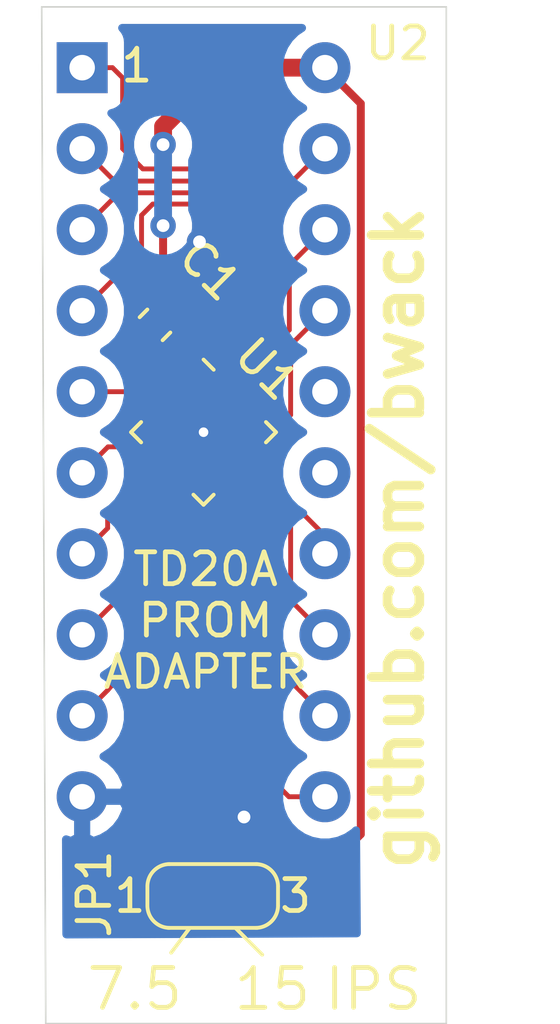
<source format=kicad_pcb>
(kicad_pcb (version 20171130) (host pcbnew 5.1.5+dfsg1-2build2)

  (general
    (thickness 1.6)
    (drawings 12)
    (tracks 113)
    (zones 0)
    (modules 4)
    (nets 20)
  )

  (page A4)
  (layers
    (0 F.Cu signal)
    (31 B.Cu signal)
    (32 B.Adhes user)
    (33 F.Adhes user)
    (34 B.Paste user)
    (35 F.Paste user)
    (36 B.SilkS user)
    (37 F.SilkS user)
    (38 B.Mask user)
    (39 F.Mask user)
    (40 Dwgs.User user)
    (41 Cmts.User user)
    (42 Eco1.User user)
    (43 Eco2.User user)
    (44 Edge.Cuts user)
    (45 Margin user)
    (46 B.CrtYd user)
    (47 F.CrtYd user)
    (48 B.Fab user)
    (49 F.Fab user)
  )

  (setup
    (last_trace_width 0.25)
    (user_trace_width 0.1524)
    (user_trace_width 0.5588)
    (trace_clearance 0.2)
    (zone_clearance 0.25)
    (zone_45_only no)
    (trace_min 0.1524)
    (via_size 0.8)
    (via_drill 0.4)
    (via_min_size 0.4)
    (via_min_drill 0.3)
    (user_via 1.5 1)
    (uvia_size 0.3)
    (uvia_drill 0.1)
    (uvias_allowed no)
    (uvia_min_size 0.2)
    (uvia_min_drill 0.1)
    (edge_width 0.05)
    (segment_width 0.2)
    (pcb_text_width 0.3)
    (pcb_text_size 1.5 1.5)
    (mod_edge_width 0.12)
    (mod_text_size 1 1)
    (mod_text_width 0.15)
    (pad_size 1.524 1.524)
    (pad_drill 0.762)
    (pad_to_mask_clearance 0.051)
    (solder_mask_min_width 0.25)
    (aux_axis_origin 0 0)
    (visible_elements FFFFFF7F)
    (pcbplotparams
      (layerselection 0x010fc_ffffffff)
      (usegerberextensions false)
      (usegerberattributes false)
      (usegerberadvancedattributes false)
      (creategerberjobfile false)
      (excludeedgelayer true)
      (linewidth 0.100000)
      (plotframeref false)
      (viasonmask false)
      (mode 1)
      (useauxorigin false)
      (hpglpennumber 1)
      (hpglpenspeed 20)
      (hpglpendiameter 15.000000)
      (psnegative false)
      (psa4output false)
      (plotreference true)
      (plotvalue true)
      (plotinvisibletext false)
      (padsonsilk false)
      (subtractmaskfromsilk false)
      (outputformat 1)
      (mirror false)
      (drillshape 0)
      (scaleselection 1)
      (outputdirectory "gerber"))
  )

  (net 0 "")
  (net 1 /A1)
  (net 2 /A0)
  (net 3 /Q7)
  (net 4 /Q6)
  (net 5 /Q0)
  (net 6 /Q1)
  (net 7 /Q2)
  (net 8 /Q3)
  (net 9 /Q4)
  (net 10 /Q5)
  (net 11 /A7)
  (net 12 /A6)
  (net 13 /A5)
  (net 14 /A4)
  (net 15 +5V)
  (net 16 GND)
  (net 17 /A3)
  (net 18 /A2)
  (net 19 /IPS_SELECT)

  (net_class Default "This is the default net class."
    (clearance 0.2)
    (trace_width 0.25)
    (via_dia 0.8)
    (via_drill 0.4)
    (uvia_dia 0.3)
    (uvia_drill 0.1)
    (add_net +5V)
    (add_net /A0)
    (add_net /A1)
    (add_net /A2)
    (add_net /A3)
    (add_net /A4)
    (add_net /A5)
    (add_net /A6)
    (add_net /A7)
    (add_net /IPS_SELECT)
    (add_net /Q0)
    (add_net /Q1)
    (add_net /Q2)
    (add_net /Q3)
    (add_net /Q4)
    (add_net /Q5)
    (add_net /Q6)
    (add_net /Q7)
    (add_net GND)
  )

  (module Capacitor_SMD:C_0603_1608Metric_Pad1.05x0.95mm_HandSolder (layer F.Cu) (tedit 5B301BBE) (tstamp 5F90F268)
    (at 127.381 81.7245 45)
    (descr "Capacitor SMD 0603 (1608 Metric), square (rectangular) end terminal, IPC_7351 nominal with elongated pad for handsoldering. (Body size source: http://www.tortai-tech.com/upload/download/2011102023233369053.pdf), generated with kicad-footprint-generator")
    (tags "capacitor handsolder")
    (path /5F91FDD0)
    (attr smd)
    (fp_text reference C1 (at 2.424669 0 135) (layer F.SilkS)
      (effects (font (size 1 1) (thickness 0.15)))
    )
    (fp_text value 100nF (at 0 1.43 45) (layer F.Fab)
      (effects (font (size 1 1) (thickness 0.15)))
    )
    (fp_text user %R (at 0 0 45) (layer F.Fab)
      (effects (font (size 0.4 0.4) (thickness 0.06)))
    )
    (fp_line (start 1.65 0.73) (end -1.65 0.73) (layer F.CrtYd) (width 0.05))
    (fp_line (start 1.65 -0.73) (end 1.65 0.73) (layer F.CrtYd) (width 0.05))
    (fp_line (start -1.65 -0.73) (end 1.65 -0.73) (layer F.CrtYd) (width 0.05))
    (fp_line (start -1.65 0.73) (end -1.65 -0.73) (layer F.CrtYd) (width 0.05))
    (fp_line (start -0.171267 0.51) (end 0.171267 0.51) (layer F.SilkS) (width 0.12))
    (fp_line (start -0.171267 -0.51) (end 0.171267 -0.51) (layer F.SilkS) (width 0.12))
    (fp_line (start 0.8 0.4) (end -0.8 0.4) (layer F.Fab) (width 0.1))
    (fp_line (start 0.8 -0.4) (end 0.8 0.4) (layer F.Fab) (width 0.1))
    (fp_line (start -0.8 -0.4) (end 0.8 -0.4) (layer F.Fab) (width 0.1))
    (fp_line (start -0.8 0.4) (end -0.8 -0.4) (layer F.Fab) (width 0.1))
    (pad 2 smd roundrect (at 0.875 0 45) (size 1.05 0.95) (layers F.Cu F.Paste F.Mask) (roundrect_rratio 0.25)
      (net 16 GND))
    (pad 1 smd roundrect (at -0.875 0 45) (size 1.05 0.95) (layers F.Cu F.Paste F.Mask) (roundrect_rratio 0.25)
      (net 15 +5V))
    (model ${KISYS3DMOD}/Capacitor_SMD.3dshapes/C_0603_1608Metric.wrl
      (at (xyz 0 0 0))
      (scale (xyz 1 1 1))
      (rotate (xyz 0 0 0))
    )
  )

  (module Package_DIP:DIP-20_W7.62mm (layer F.Cu) (tedit 5F90A61E) (tstamp 5F916571)
    (at 125.095 73.66)
    (descr "20-lead though-hole mounted DIP package, row spacing 7.62 mm (300 mils)")
    (tags "THT DIP DIL PDIP 2.54mm 7.62mm 300mil")
    (path /5F919D1B)
    (fp_text reference U2 (at 9.906 -0.762) (layer F.SilkS)
      (effects (font (size 1 1) (thickness 0.15)))
    )
    (fp_text value 74S471 (at 12.0405 20.743) (layer F.Fab)
      (effects (font (size 1 1) (thickness 0.15)))
    )
    (fp_text user %R (at 3.81 15.875) (layer F.Fab)
      (effects (font (size 1 1) (thickness 0.15)))
    )
    (fp_line (start 8.7 -1.55) (end -1.1 -1.55) (layer F.CrtYd) (width 0.05))
    (fp_line (start 8.7 24.4) (end 8.7 -1.55) (layer F.CrtYd) (width 0.05))
    (fp_line (start -1.1 24.4) (end 8.7 24.4) (layer F.CrtYd) (width 0.05))
    (fp_line (start -1.1 -1.55) (end -1.1 24.4) (layer F.CrtYd) (width 0.05))
    (fp_line (start 0.635 -0.27) (end 1.635 -1.27) (layer F.Fab) (width 0.1))
    (fp_line (start 0.635 24.13) (end 0.635 -0.27) (layer F.Fab) (width 0.1))
    (fp_line (start 6.985 24.13) (end 0.635 24.13) (layer F.Fab) (width 0.1))
    (fp_line (start 6.985 -1.27) (end 6.985 24.13) (layer F.Fab) (width 0.1))
    (fp_line (start 1.635 -1.27) (end 6.985 -1.27) (layer F.Fab) (width 0.1))
    (pad 20 thru_hole oval (at 7.62 0) (size 1.6 1.6) (drill 0.8) (layers *.Cu *.Mask)
      (net 15 +5V))
    (pad 10 thru_hole oval (at 0 22.86) (size 1.6 1.6) (drill 0.8) (layers *.Cu *.Mask)
      (net 16 GND))
    (pad 19 thru_hole oval (at 7.62 2.54) (size 1.6 1.6) (drill 0.8) (layers *.Cu *.Mask)
      (net 11 /A7))
    (pad 9 thru_hole oval (at 0 20.32) (size 1.6 1.6) (drill 0.8) (layers *.Cu *.Mask)
      (net 8 /Q3))
    (pad 18 thru_hole oval (at 7.62 5.08) (size 1.6 1.6) (drill 0.8) (layers *.Cu *.Mask)
      (net 12 /A6))
    (pad 8 thru_hole oval (at 0 17.78) (size 1.6 1.6) (drill 0.8) (layers *.Cu *.Mask)
      (net 7 /Q2))
    (pad 17 thru_hole oval (at 7.62 7.62) (size 1.6 1.6) (drill 0.8) (layers *.Cu *.Mask)
      (net 13 /A5))
    (pad 7 thru_hole oval (at 0 15.24) (size 1.6 1.6) (drill 0.8) (layers *.Cu *.Mask)
      (net 6 /Q1))
    (pad 16 thru_hole oval (at 7.62 10.16) (size 1.6 1.6) (drill 0.8) (layers *.Cu *.Mask))
    (pad 6 thru_hole oval (at 0 12.7) (size 1.6 1.6) (drill 0.8) (layers *.Cu *.Mask)
      (net 5 /Q0))
    (pad 15 thru_hole oval (at 7.62 12.7) (size 1.6 1.6) (drill 0.8) (layers *.Cu *.Mask))
    (pad 5 thru_hole oval (at 0 10.16) (size 1.6 1.6) (drill 0.8) (layers *.Cu *.Mask)
      (net 14 /A4))
    (pad 14 thru_hole oval (at 7.62 15.24) (size 1.6 1.6) (drill 0.8) (layers *.Cu *.Mask)
      (net 3 /Q7))
    (pad 4 thru_hole oval (at 0 7.62) (size 1.6 1.6) (drill 0.8) (layers *.Cu *.Mask)
      (net 17 /A3))
    (pad 13 thru_hole oval (at 7.62 17.78) (size 1.6 1.6) (drill 0.8) (layers *.Cu *.Mask)
      (net 4 /Q6))
    (pad 3 thru_hole oval (at 0 5.08) (size 1.6 1.6) (drill 0.8) (layers *.Cu *.Mask)
      (net 18 /A2))
    (pad 12 thru_hole oval (at 7.62 20.32) (size 1.6 1.6) (drill 0.8) (layers *.Cu *.Mask)
      (net 10 /Q5))
    (pad 2 thru_hole oval (at 0 2.54) (size 1.6 1.6) (drill 0.8) (layers *.Cu *.Mask)
      (net 1 /A1))
    (pad 11 thru_hole oval (at 7.62 22.86) (size 1.6 1.6) (drill 0.8) (layers *.Cu *.Mask)
      (net 9 /Q4))
    (pad 1 thru_hole rect (at 0 0) (size 1.6 1.6) (drill 0.8) (layers *.Cu *.Mask)
      (net 2 /A0))
  )

  (module Jumper:SolderJumper-3_P1.3mm_Open_RoundedPad1.0x1.5mm_NumberLabels (layer F.Cu) (tedit 5B391ED1) (tstamp 5F90F27D)
    (at 129.1925 99.6315)
    (descr "SMD Solder 3-pad Jumper, 1x1.5mm rounded Pads, 0.3mm gap, open, labeled with numbers")
    (tags "solder jumper open")
    (path /5F92FA89)
    (attr virtual)
    (fp_text reference JP1 (at -3.7165 -0.0635 90) (layer F.SilkS)
      (effects (font (size 1 1) (thickness 0.15)))
    )
    (fp_text value Jumper_NC_Dual (at 0 1.9) (layer F.Fab)
      (effects (font (size 1 1) (thickness 0.15)))
    )
    (fp_arc (start -1.35 -0.3) (end -1.35 -1) (angle -90) (layer F.SilkS) (width 0.12))
    (fp_arc (start -1.35 0.3) (end -2.05 0.3) (angle -90) (layer F.SilkS) (width 0.12))
    (fp_arc (start 1.35 0.3) (end 1.35 1) (angle -90) (layer F.SilkS) (width 0.12))
    (fp_arc (start 1.35 -0.3) (end 2.05 -0.3) (angle -90) (layer F.SilkS) (width 0.12))
    (fp_line (start 2.3 1.25) (end -2.3 1.25) (layer F.CrtYd) (width 0.05))
    (fp_line (start 2.3 1.25) (end 2.3 -1.25) (layer F.CrtYd) (width 0.05))
    (fp_line (start -2.3 -1.25) (end -2.3 1.25) (layer F.CrtYd) (width 0.05))
    (fp_line (start -2.3 -1.25) (end 2.3 -1.25) (layer F.CrtYd) (width 0.05))
    (fp_line (start -1.4 -1) (end 1.4 -1) (layer F.SilkS) (width 0.12))
    (fp_line (start 2.05 -0.3) (end 2.05 0.3) (layer F.SilkS) (width 0.12))
    (fp_line (start 1.4 1) (end -1.4 1) (layer F.SilkS) (width 0.12))
    (fp_line (start -2.05 0.3) (end -2.05 -0.3) (layer F.SilkS) (width 0.12))
    (fp_text user 1 (at -2.6 0) (layer F.SilkS)
      (effects (font (size 1 1) (thickness 0.15)))
    )
    (fp_text user 3 (at 2.6 0) (layer F.SilkS)
      (effects (font (size 1 1) (thickness 0.15)))
    )
    (pad 2 smd rect (at 0 0) (size 1 1.5) (layers F.Cu F.Mask)
      (net 19 /IPS_SELECT))
    (pad 3 smd custom (at 1.3 0) (size 1 0.5) (layers F.Cu F.Mask)
      (net 16 GND) (zone_connect 2)
      (options (clearance outline) (anchor rect))
      (primitives
        (gr_circle (center 0 0.25) (end 0.5 0.25) (width 0))
        (gr_circle (center 0 -0.25) (end 0.5 -0.25) (width 0))
        (gr_poly (pts
           (xy -0.55 -0.75) (xy 0 -0.75) (xy 0 0.75) (xy -0.55 0.75)) (width 0))
      ))
    (pad 1 smd custom (at -1.3 0) (size 1 0.5) (layers F.Cu F.Mask)
      (net 15 +5V) (zone_connect 2)
      (options (clearance outline) (anchor rect))
      (primitives
        (gr_circle (center 0 0.25) (end 0.5 0.25) (width 0))
        (gr_circle (center 0 -0.25) (end 0.5 -0.25) (width 0))
        (gr_poly (pts
           (xy 0.55 -0.75) (xy 0 -0.75) (xy 0 0.75) (xy 0.55 0.75)) (width 0))
      ))
  )

  (module Package_DFN_QFN:VQFN-20-1EP_3x3mm_P0.4mm_EP1.7x1.7mm (layer F.Cu) (tedit 5C1BF39E) (tstamp 5F90EB76)
    (at 128.905 85.09 315)
    (descr "VQFN, 20 Pin (http://ww1.microchip.com/downloads/en/DeviceDoc/20%20Lead%20VQFN%203x3x0_9mm_1_7EP%20U2B%20C04-21496a.pdf), generated with kicad-footprint-generator ipc_dfn_qfn_generator.py")
    (tags "VQFN DFN_QFN")
    (path /5F91D1E8)
    (attr smd)
    (fp_text reference U1 (at 0 -2.8 135) (layer F.SilkS)
      (effects (font (size 1 1) (thickness 0.15)))
    )
    (fp_text value ATtiny1606-M (at 0 2.8 135) (layer F.Fab)
      (effects (font (size 1 1) (thickness 0.15)))
    )
    (fp_line (start 1.16 -1.61) (end 1.61 -1.61) (layer F.SilkS) (width 0.12))
    (fp_line (start 1.61 -1.61) (end 1.61 -1.16) (layer F.SilkS) (width 0.12))
    (fp_line (start -1.16 1.61) (end -1.61 1.61) (layer F.SilkS) (width 0.12))
    (fp_line (start -1.61 1.61) (end -1.61 1.16) (layer F.SilkS) (width 0.12))
    (fp_line (start 1.16 1.61) (end 1.61 1.61) (layer F.SilkS) (width 0.12))
    (fp_line (start 1.61 1.61) (end 1.61 1.16) (layer F.SilkS) (width 0.12))
    (fp_line (start -1.16 -1.61) (end -1.61 -1.61) (layer F.SilkS) (width 0.12))
    (fp_line (start -0.75 -1.5) (end 1.5 -1.5) (layer F.Fab) (width 0.1))
    (fp_line (start 1.5 -1.5) (end 1.5 1.5) (layer F.Fab) (width 0.1))
    (fp_line (start 1.5 1.5) (end -1.5 1.5) (layer F.Fab) (width 0.1))
    (fp_line (start -1.5 1.5) (end -1.5 -0.75) (layer F.Fab) (width 0.1))
    (fp_line (start -1.5 -0.75) (end -0.75 -1.5) (layer F.Fab) (width 0.1))
    (fp_line (start -2.1 -2.1) (end -2.1 2.1) (layer F.CrtYd) (width 0.05))
    (fp_line (start -2.1 2.1) (end 2.1 2.1) (layer F.CrtYd) (width 0.05))
    (fp_line (start 2.1 2.1) (end 2.1 -2.1) (layer F.CrtYd) (width 0.05))
    (fp_line (start 2.1 -2.1) (end -2.1 -2.1) (layer F.CrtYd) (width 0.05))
    (fp_text user %R (at 0 0 135) (layer F.Fab)
      (effects (font (size 0.75 0.75) (thickness 0.11)))
    )
    (pad 21 smd roundrect (at 0 0 315) (size 1.7 1.7) (layers F.Cu F.Mask) (roundrect_rratio 0.147059)
      (net 16 GND))
    (pad "" smd roundrect (at -0.425 -0.425 315) (size 0.69 0.69) (layers F.Paste) (roundrect_rratio 0.25))
    (pad "" smd roundrect (at -0.425 0.425 315) (size 0.69 0.69) (layers F.Paste) (roundrect_rratio 0.25))
    (pad "" smd roundrect (at 0.425 -0.425 315) (size 0.69 0.69) (layers F.Paste) (roundrect_rratio 0.25))
    (pad "" smd roundrect (at 0.425 0.425 315) (size 0.69 0.69) (layers F.Paste) (roundrect_rratio 0.25))
    (pad 1 smd custom (at -1.45 -0.8 315) (size 0.143431 0.143431) (layers F.Cu F.Paste F.Mask)
      (net 18 /A2)
      (options (clearance outline) (anchor circle))
      (primitives
        (gr_poly (pts
           (xy -0.35 -0.05) (xy 0.299289 -0.05) (xy 0.35 0.000711) (xy 0.35 0.05) (xy -0.35 0.05)
) (width 0.1))
      ))
    (pad 2 smd roundrect (at -1.45 -0.4 315) (size 0.8 0.2) (layers F.Cu F.Paste F.Mask) (roundrect_rratio 0.25)
      (net 17 /A3))
    (pad 3 smd roundrect (at -1.45 0 315) (size 0.8 0.2) (layers F.Cu F.Paste F.Mask) (roundrect_rratio 0.25)
      (net 16 GND))
    (pad 4 smd roundrect (at -1.45 0.4 315) (size 0.8 0.2) (layers F.Cu F.Paste F.Mask) (roundrect_rratio 0.25)
      (net 15 +5V))
    (pad 5 smd custom (at -1.45 0.8 315) (size 0.143431 0.143431) (layers F.Cu F.Paste F.Mask)
      (net 14 /A4)
      (options (clearance outline) (anchor circle))
      (primitives
        (gr_poly (pts
           (xy -0.35 -0.05) (xy 0.35 -0.05) (xy 0.35 -0.000711) (xy 0.299289 0.05) (xy -0.35 0.05)
) (width 0.1))
      ))
    (pad 6 smd custom (at -0.8 1.45 315) (size 0.143431 0.143431) (layers F.Cu F.Paste F.Mask)
      (net 5 /Q0)
      (options (clearance outline) (anchor circle))
      (primitives
        (gr_poly (pts
           (xy -0.05 -0.299289) (xy 0.000711 -0.35) (xy 0.05 -0.35) (xy 0.05 0.35) (xy -0.05 0.35)
) (width 0.1))
      ))
    (pad 7 smd roundrect (at -0.4 1.45 315) (size 0.2 0.8) (layers F.Cu F.Paste F.Mask) (roundrect_rratio 0.25)
      (net 6 /Q1))
    (pad 8 smd roundrect (at 0 1.45 315) (size 0.2 0.8) (layers F.Cu F.Paste F.Mask) (roundrect_rratio 0.25)
      (net 7 /Q2))
    (pad 9 smd roundrect (at 0.4 1.45 315) (size 0.2 0.8) (layers F.Cu F.Paste F.Mask) (roundrect_rratio 0.25)
      (net 8 /Q3))
    (pad 10 smd custom (at 0.8 1.45 315) (size 0.143431 0.143431) (layers F.Cu F.Paste F.Mask)
      (net 19 /IPS_SELECT)
      (options (clearance outline) (anchor circle))
      (primitives
        (gr_poly (pts
           (xy -0.05 -0.35) (xy -0.000711 -0.35) (xy 0.05 -0.299289) (xy 0.05 0.35) (xy -0.05 0.35)
) (width 0.1))
      ))
    (pad 11 smd custom (at 1.45 0.8 315) (size 0.143431 0.143431) (layers F.Cu F.Paste F.Mask)
      (net 9 /Q4)
      (options (clearance outline) (anchor circle))
      (primitives
        (gr_poly (pts
           (xy -0.35 -0.05) (xy 0.35 -0.05) (xy 0.35 0.05) (xy -0.299289 0.05) (xy -0.35 -0.000711)
) (width 0.1))
      ))
    (pad 12 smd roundrect (at 1.45 0.4 315) (size 0.8 0.2) (layers F.Cu F.Paste F.Mask) (roundrect_rratio 0.25)
      (net 10 /Q5))
    (pad 13 smd roundrect (at 1.45 0 315) (size 0.8 0.2) (layers F.Cu F.Paste F.Mask) (roundrect_rratio 0.25)
      (net 4 /Q6))
    (pad 14 smd roundrect (at 1.45 -0.4 315) (size 0.8 0.2) (layers F.Cu F.Paste F.Mask) (roundrect_rratio 0.25)
      (net 3 /Q7))
    (pad 15 smd custom (at 1.45 -0.8 315) (size 0.143431 0.143431) (layers F.Cu F.Paste F.Mask)
      (net 13 /A5)
      (options (clearance outline) (anchor circle))
      (primitives
        (gr_poly (pts
           (xy -0.35 0.000711) (xy -0.299289 -0.05) (xy 0.35 -0.05) (xy 0.35 0.05) (xy -0.35 0.05)
) (width 0.1))
      ))
    (pad 16 smd custom (at 0.8 -1.45 315) (size 0.143431 0.143431) (layers F.Cu F.Paste F.Mask)
      (net 12 /A6)
      (options (clearance outline) (anchor circle))
      (primitives
        (gr_poly (pts
           (xy -0.05 -0.35) (xy 0.05 -0.35) (xy 0.05 0.299289) (xy -0.000711 0.35) (xy -0.05 0.35)
) (width 0.1))
      ))
    (pad 17 smd roundrect (at 0.4 -1.45 315) (size 0.2 0.8) (layers F.Cu F.Paste F.Mask) (roundrect_rratio 0.25)
      (net 11 /A7))
    (pad 18 smd roundrect (at 0 -1.45 315) (size 0.2 0.8) (layers F.Cu F.Paste F.Mask) (roundrect_rratio 0.25))
    (pad 19 smd roundrect (at -0.4 -1.45 315) (size 0.2 0.8) (layers F.Cu F.Paste F.Mask) (roundrect_rratio 0.25)
      (net 2 /A0))
    (pad 20 smd custom (at -0.8 -1.45 315) (size 0.143431 0.143431) (layers F.Cu F.Paste F.Mask)
      (net 1 /A1)
      (options (clearance outline) (anchor circle))
      (primitives
        (gr_poly (pts
           (xy -0.05 -0.35) (xy 0.05 -0.35) (xy 0.05 0.35) (xy 0.000711 0.35) (xy -0.05 0.299289)
) (width 0.1))
      ))
    (model ${KISYS3DMOD}/Package_DFN_QFN.3dshapes/VQFN-20-1EP_3x3mm_P0.4mm_EP1.7x1.7mm.wrl
      (at (xyz 0 0 0))
      (scale (xyz 1 1 1))
      (rotate (xyz 0 0 0))
    )
  )

  (gr_text 1 (at 126.8095 73.5965) (layer F.SilkS)
    (effects (font (size 1 1) (thickness 0.15)))
  )
  (gr_text github.com/bwack (at 135.001 77.851 90) (layer F.SilkS)
    (effects (font (size 1.5 1.5) (thickness 0.3)) (justify right))
  )
  (gr_text "TD20A\nPROM\nADAPTER" (at 128.9685 90.9955) (layer F.SilkS)
    (effects (font (size 1 1) (thickness 0.15)))
  )
  (gr_text "IPS\n" (at 134.239 102.5525) (layer F.SilkS)
    (effects (font (size 1.25 1.25) (thickness 0.15)))
  )
  (gr_line (start 130.7465 101.473) (end 129.921 100.6475) (layer F.SilkS) (width 0.12))
  (gr_line (start 127.889 101.4095) (end 128.4605 100.6475) (layer F.SilkS) (width 0.12))
  (gr_text 15 (at 131.064 102.5525) (layer F.SilkS) (tstamp 5F90BDAF)
    (effects (font (size 1.25 1.25) (thickness 0.15)))
  )
  (gr_text 7.5 (at 126.746 102.5525) (layer F.SilkS)
    (effects (font (size 1.25 1.25) (thickness 0.15)))
  )
  (gr_line (start 123.952 103.632) (end 123.825 71.755) (layer Edge.Cuts) (width 0.05) (tstamp 5F90F63E))
  (gr_line (start 136.525 103.632) (end 123.952 103.632) (layer Edge.Cuts) (width 0.05))
  (gr_line (start 136.525 71.755) (end 136.525 103.632) (layer Edge.Cuts) (width 0.05))
  (gr_line (start 123.825 71.755) (end 136.525 71.755) (layer Edge.Cuts) (width 0.05))

  (segment (start 126.111 77.216) (end 125.095 76.2) (width 0.1524) (layer F.Cu) (net 1))
  (segment (start 130.540023 78.089023) (end 129.667 77.216) (width 0.1524) (layer F.Cu) (net 1))
  (segment (start 130.540023 81.444828) (end 130.540023 78.089023) (width 0.1524) (layer F.Cu) (net 1))
  (segment (start 129.667 77.216) (end 126.111 77.216) (width 0.1524) (layer F.Cu) (net 1))
  (segment (start 129.364619 82.620232) (end 130.540023 81.444828) (width 0.1524) (layer F.Cu) (net 1))
  (segment (start 129.364619 83.49901) (end 129.364619 82.620232) (width 0.1524) (layer F.Cu) (net 1))
  (segment (start 126.0474 73.66) (end 125.095 73.66) (width 0.1524) (layer F.Cu) (net 2))
  (segment (start 126.365 73.9776) (end 126.0474 73.66) (width 0.1524) (layer F.Cu) (net 2))
  (segment (start 126.365 76.2) (end 126.365 73.9776) (width 0.1524) (layer F.Cu) (net 2))
  (segment (start 129.794 76.835) (end 127 76.835) (width 0.1524) (layer F.Cu) (net 2))
  (segment (start 130.892434 77.933434) (end 129.794 76.835) (width 0.1524) (layer F.Cu) (net 2))
  (segment (start 130.892433 81.590802) (end 130.892434 77.933434) (width 0.1524) (layer F.Cu) (net 2))
  (segment (start 130.533733 81.949502) (end 130.892433 81.590802) (width 0.1524) (layer F.Cu) (net 2))
  (segment (start 130.533732 82.895582) (end 130.533733 81.949502) (width 0.1524) (layer F.Cu) (net 2))
  (segment (start 127 76.835) (end 126.365 76.2) (width 0.1524) (layer F.Cu) (net 2))
  (segment (start 129.647462 83.781852) (end 130.533732 82.895582) (width 0.1524) (layer F.Cu) (net 2))
  (segment (start 132.715 88.334314) (end 130.213148 85.832462) (width 0.1524) (layer F.Cu) (net 3))
  (segment (start 132.715 88.9) (end 132.715 88.334314) (width 0.1524) (layer F.Cu) (net 3))
  (segment (start 131.638799 87.823799) (end 129.930305 86.115305) (width 0.1524) (layer F.Cu) (net 4))
  (segment (start 131.638799 90.363799) (end 131.638799 87.823799) (width 0.1524) (layer F.Cu) (net 4))
  (segment (start 132.715 91.44) (end 131.638799 90.363799) (width 0.1524) (layer F.Cu) (net 4))
  (segment (start 125.905381 85.549619) (end 125.095 86.36) (width 0.1524) (layer F.Cu) (net 5))
  (segment (start 127.31401 85.549619) (end 125.905381 85.549619) (width 0.1524) (layer F.Cu) (net 5))
  (segment (start 125.894999 88.100001) (end 125.095 88.9) (width 0.1524) (layer F.Cu) (net 6))
  (segment (start 125.894999 87.534315) (end 125.894999 88.100001) (width 0.1524) (layer F.Cu) (net 6))
  (segment (start 127.596852 85.832462) (end 125.894999 87.534315) (width 0.1524) (layer F.Cu) (net 6))
  (segment (start 125.894999 90.640001) (end 125.095 91.44) (width 0.1524) (layer F.Cu) (net 7))
  (segment (start 127.254 89.3445) (end 125.894999 90.640001) (width 0.1524) (layer F.Cu) (net 7))
  (segment (start 127.254 86.741) (end 127.254 89.3445) (width 0.1524) (layer F.Cu) (net 7))
  (segment (start 127.879695 86.115305) (end 127.254 86.741) (width 0.1524) (layer F.Cu) (net 7))
  (segment (start 125.894999 93.180001) (end 125.095 93.98) (width 0.1524) (layer F.Cu) (net 8))
  (segment (start 127.635 91.186) (end 125.894999 93.180001) (width 0.1524) (layer F.Cu) (net 8))
  (segment (start 127.635 86.9315) (end 127.635 91.186) (width 0.1524) (layer F.Cu) (net 8))
  (segment (start 128.162538 86.398148) (end 127.635 86.9315) (width 0.1524) (layer F.Cu) (net 8))
  (segment (start 129.364619 86.822411) (end 129.364619 86.68099) (width 0.1524) (layer F.Cu) (net 9))
  (segment (start 129.364619 94.300989) (end 129.364619 86.822411) (width 0.1524) (layer F.Cu) (net 9))
  (segment (start 132.715 96.52) (end 131.58363 96.52) (width 0.1524) (layer F.Cu) (net 9))
  (segment (start 131.58363 96.52) (end 129.364619 94.300989) (width 0.1524) (layer F.Cu) (net 9))
  (segment (start 131.286388 92.551388) (end 131.286388 88.037074) (width 0.1524) (layer F.Cu) (net 10))
  (segment (start 132.715 93.98) (end 131.286388 92.551388) (width 0.1524) (layer F.Cu) (net 10))
  (segment (start 131.286388 88.037074) (end 129.647462 86.398148) (width 0.1524) (layer F.Cu) (net 10))
  (segment (start 130.886143 82.095476) (end 131.244843 81.736776) (width 0.1524) (layer F.Cu) (net 11))
  (segment (start 130.213148 84.347538) (end 130.886142 83.674544) (width 0.1524) (layer F.Cu) (net 11))
  (segment (start 131.244843 81.736776) (end 131.244843 77.670157) (width 0.1524) (layer F.Cu) (net 11))
  (segment (start 130.886142 83.674544) (end 130.886143 82.095476) (width 0.1524) (layer F.Cu) (net 11))
  (segment (start 131.244843 77.670157) (end 131.915001 76.999999) (width 0.1524) (layer F.Cu) (net 11))
  (segment (start 131.915001 76.999999) (end 132.715 76.2) (width 0.1524) (layer F.Cu) (net 11))
  (segment (start 130.637411 84.630381) (end 131.238553 84.029239) (width 0.1524) (layer F.Cu) (net 12))
  (segment (start 131.238553 84.029239) (end 131.238553 82.24145) (width 0.1524) (layer F.Cu) (net 12))
  (segment (start 131.915001 79.539999) (end 132.715 78.74) (width 0.1524) (layer F.Cu) (net 12))
  (segment (start 131.597254 79.857746) (end 131.915001 79.539999) (width 0.1524) (layer F.Cu) (net 12))
  (segment (start 131.238553 82.24145) (end 131.597254 81.882749) (width 0.1524) (layer F.Cu) (net 12))
  (segment (start 131.597254 81.882749) (end 131.597254 79.857746) (width 0.1524) (layer F.Cu) (net 12))
  (segment (start 130.49599 84.630381) (end 130.637411 84.630381) (width 0.1524) (layer F.Cu) (net 12))
  (segment (start 131.915001 82.079999) (end 132.715 81.28) (width 0.1524) (layer F.Cu) (net 13))
  (segment (start 131.638799 84.548231) (end 131.638799 82.356201) (width 0.1524) (layer F.Cu) (net 13))
  (segment (start 131.638799 82.356201) (end 131.915001 82.079999) (width 0.1524) (layer F.Cu) (net 13))
  (segment (start 130.637411 85.549619) (end 131.638799 84.548231) (width 0.1524) (layer F.Cu) (net 13))
  (segment (start 130.49599 85.549619) (end 130.637411 85.549619) (width 0.1524) (layer F.Cu) (net 13))
  (segment (start 126.503629 83.82) (end 127.31401 84.630381) (width 0.1524) (layer F.Cu) (net 14))
  (segment (start 125.095 83.82) (end 126.503629 83.82) (width 0.1524) (layer F.Cu) (net 14))
  (segment (start 126.825782 83.576468) (end 126.825782 82.533718) (width 0.1524) (layer F.Cu) (net 15))
  (segment (start 127.596852 84.347538) (end 126.825782 83.576468) (width 0.1524) (layer F.Cu) (net 15))
  (via (at 127.635 78.613) (size 0.8) (drill 0.4) (layers F.Cu B.Cu) (net 15))
  (segment (start 127.635 79.178685) (end 127.635 78.613) (width 0.25) (layer F.Cu) (net 15))
  (segment (start 126.825782 80.436807) (end 127.635 79.627589) (width 0.25) (layer F.Cu) (net 15))
  (segment (start 126.825782 82.533718) (end 126.825782 80.436807) (width 0.25) (layer F.Cu) (net 15))
  (segment (start 127.635 79.627589) (end 127.635 79.178685) (width 0.25) (layer F.Cu) (net 15))
  (segment (start 132.588 73.66) (end 132.715 73.66) (width 0.5588) (layer B.Cu) (net 15))
  (segment (start 133.840001 74.785001) (end 133.514999 74.459999) (width 0.25) (layer F.Cu) (net 15))
  (segment (start 133.514999 74.459999) (end 132.715 73.66) (width 0.25) (layer F.Cu) (net 15))
  (segment (start 133.840001 97.697337) (end 133.840001 74.785001) (width 0.25) (layer F.Cu) (net 15))
  (segment (start 130.830828 100.70651) (end 133.840001 97.697337) (width 0.25) (layer F.Cu) (net 15))
  (segment (start 128.219918 100.70651) (end 130.830828 100.70651) (width 0.25) (layer F.Cu) (net 15))
  (segment (start 127.8925 100.379092) (end 128.219918 100.70651) (width 0.25) (layer F.Cu) (net 15))
  (segment (start 127.8925 99.6315) (end 127.8925 100.379092) (width 0.25) (layer F.Cu) (net 15))
  (via (at 127.635 76.073) (size 0.8) (drill 0.4) (layers F.Cu B.Cu) (net 15) (tstamp 5F90CB50))
  (segment (start 129.482315 73.66) (end 127.635 75.507315) (width 0.5588) (layer F.Cu) (net 15))
  (segment (start 127.635 75.507315) (end 127.635 76.073) (width 0.5588) (layer F.Cu) (net 15))
  (segment (start 132.715 73.66) (end 129.482315 73.66) (width 0.5588) (layer F.Cu) (net 15))
  (segment (start 127.635 78.613) (end 127.635 76.073) (width 0.5588) (layer B.Cu) (net 15))
  (via (at 128.778 79.121) (size 0.8) (drill 0.4) (layers F.Cu B.Cu) (net 16))
  (segment (start 128.063218 81.296282) (end 128.063218 79.835782) (width 0.25) (layer F.Cu) (net 16))
  (segment (start 128.063218 79.835782) (end 128.778 79.121) (width 0.25) (layer F.Cu) (net 16))
  (segment (start 130.4925 97.4725) (end 130.175 97.155) (width 0.1524) (layer F.Cu) (net 16))
  (via (at 130.175 97.155) (size 0.8) (drill 0.4) (layers F.Cu B.Cu) (net 16))
  (segment (start 130.4925 99.6315) (end 130.4925 97.4725) (width 0.1524) (layer F.Cu) (net 16))
  (via (at 128.905 85.09) (size 0.6) (drill 0.3) (layers F.Cu B.Cu) (net 16) (tstamp 5F90D10E))
  (segment (start 128.063218 81.901531) (end 128.063218 81.296282) (width 0.1524) (layer F.Cu) (net 16))
  (segment (start 128.016 82.2325) (end 128.063218 81.901531) (width 0.1524) (layer F.Cu) (net 16))
  (segment (start 127.381 82.8675) (end 128.016 82.2325) (width 0.1524) (layer F.Cu) (net 16))
  (segment (start 127.3175 83.5025) (end 127.381 82.8675) (width 0.1524) (layer F.Cu) (net 16))
  (segment (start 127.879695 84.064695) (end 127.3175 83.5025) (width 0.1524) (layer F.Cu) (net 16))
  (segment (start 126.958798 79.416202) (end 125.894999 80.480001) (width 0.1524) (layer F.Cu) (net 17))
  (segment (start 125.894999 80.480001) (end 125.095 81.28) (width 0.1524) (layer F.Cu) (net 17))
  (segment (start 126.958798 78.288422) (end 126.958798 79.416202) (width 0.1524) (layer F.Cu) (net 17))
  (segment (start 127.310422 77.936798) (end 126.958798 78.288422) (width 0.1524) (layer F.Cu) (net 17))
  (segment (start 129.26403 77.936798) (end 127.310422 77.936798) (width 0.1524) (layer F.Cu) (net 17))
  (segment (start 129.724179 78.396947) (end 129.26403 77.936798) (width 0.1524) (layer F.Cu) (net 17))
  (segment (start 129.667 81.2165) (end 129.724179 78.396947) (width 0.1524) (layer F.Cu) (net 17))
  (segment (start 127.889 82.8675) (end 129.667 81.2165) (width 0.1524) (layer F.Cu) (net 17))
  (segment (start 127.6985 83.322614) (end 127.889 82.8675) (width 0.1524) (layer F.Cu) (net 17))
  (segment (start 128.162538 83.781852) (end 127.6985 83.322614) (width 0.1524) (layer F.Cu) (net 17))
  (segment (start 129.410003 77.584387) (end 126.250613 77.584387) (width 0.1524) (layer F.Cu) (net 18))
  (segment (start 126.250613 77.584387) (end 125.894999 77.940001) (width 0.1524) (layer F.Cu) (net 18))
  (segment (start 125.894999 77.940001) (end 125.095 78.74) (width 0.1524) (layer F.Cu) (net 18))
  (segment (start 128.445381 83.49901) (end 128.445381 83.041086) (width 0.1524) (layer F.Cu) (net 18))
  (segment (start 128.445381 83.041086) (end 130.07659 81.409877) (width 0.1524) (layer F.Cu) (net 18))
  (segment (start 130.07659 81.409877) (end 130.07659 78.250974) (width 0.1524) (layer F.Cu) (net 18))
  (segment (start 130.07659 78.250974) (end 129.410003 77.584387) (width 0.1524) (layer F.Cu) (net 18))
  (segment (start 128.445381 97.981981) (end 129.1925 98.7291) (width 0.1524) (layer F.Cu) (net 19))
  (segment (start 128.445381 86.68099) (end 128.445381 97.981981) (width 0.1524) (layer F.Cu) (net 19))
  (segment (start 129.1925 98.7291) (end 129.1925 99.6315) (width 0.1524) (layer F.Cu) (net 19))

  (zone (net 16) (net_name GND) (layer B.Cu) (tstamp 5F916676) (hatch edge 0.508)
    (connect_pads (clearance 0.508))
    (min_thickness 0.254)
    (fill yes (arc_segments 32) (thermal_gap 0.508) (thermal_bridge_width 0.508))
    (polygon
      (pts
        (xy 133.8425 100.927489) (xy 123.952 100.965) (xy 123.825 71.628) (xy 133.619501 71.538512)
      )
    )
    (filled_polygon
      (pts
        (xy 131.800241 72.545363) (xy 131.600363 72.745241) (xy 131.44332 72.980273) (xy 131.335147 73.241426) (xy 131.28 73.518665)
        (xy 131.28 73.801335) (xy 131.335147 74.078574) (xy 131.44332 74.339727) (xy 131.600363 74.574759) (xy 131.800241 74.774637)
        (xy 132.032759 74.93) (xy 131.800241 75.085363) (xy 131.600363 75.285241) (xy 131.44332 75.520273) (xy 131.335147 75.781426)
        (xy 131.28 76.058665) (xy 131.28 76.341335) (xy 131.335147 76.618574) (xy 131.44332 76.879727) (xy 131.600363 77.114759)
        (xy 131.800241 77.314637) (xy 132.032759 77.47) (xy 131.800241 77.625363) (xy 131.600363 77.825241) (xy 131.44332 78.060273)
        (xy 131.335147 78.321426) (xy 131.28 78.598665) (xy 131.28 78.881335) (xy 131.335147 79.158574) (xy 131.44332 79.419727)
        (xy 131.600363 79.654759) (xy 131.800241 79.854637) (xy 132.032759 80.01) (xy 131.800241 80.165363) (xy 131.600363 80.365241)
        (xy 131.44332 80.600273) (xy 131.335147 80.861426) (xy 131.28 81.138665) (xy 131.28 81.421335) (xy 131.335147 81.698574)
        (xy 131.44332 81.959727) (xy 131.600363 82.194759) (xy 131.800241 82.394637) (xy 132.032759 82.55) (xy 131.800241 82.705363)
        (xy 131.600363 82.905241) (xy 131.44332 83.140273) (xy 131.335147 83.401426) (xy 131.28 83.678665) (xy 131.28 83.961335)
        (xy 131.335147 84.238574) (xy 131.44332 84.499727) (xy 131.600363 84.734759) (xy 131.800241 84.934637) (xy 132.032759 85.09)
        (xy 131.800241 85.245363) (xy 131.600363 85.445241) (xy 131.44332 85.680273) (xy 131.335147 85.941426) (xy 131.28 86.218665)
        (xy 131.28 86.501335) (xy 131.335147 86.778574) (xy 131.44332 87.039727) (xy 131.600363 87.274759) (xy 131.800241 87.474637)
        (xy 132.032759 87.63) (xy 131.800241 87.785363) (xy 131.600363 87.985241) (xy 131.44332 88.220273) (xy 131.335147 88.481426)
        (xy 131.28 88.758665) (xy 131.28 89.041335) (xy 131.335147 89.318574) (xy 131.44332 89.579727) (xy 131.600363 89.814759)
        (xy 131.800241 90.014637) (xy 132.032759 90.17) (xy 131.800241 90.325363) (xy 131.600363 90.525241) (xy 131.44332 90.760273)
        (xy 131.335147 91.021426) (xy 131.28 91.298665) (xy 131.28 91.581335) (xy 131.335147 91.858574) (xy 131.44332 92.119727)
        (xy 131.600363 92.354759) (xy 131.800241 92.554637) (xy 132.032759 92.71) (xy 131.800241 92.865363) (xy 131.600363 93.065241)
        (xy 131.44332 93.300273) (xy 131.335147 93.561426) (xy 131.28 93.838665) (xy 131.28 94.121335) (xy 131.335147 94.398574)
        (xy 131.44332 94.659727) (xy 131.600363 94.894759) (xy 131.800241 95.094637) (xy 132.032759 95.25) (xy 131.800241 95.405363)
        (xy 131.600363 95.605241) (xy 131.44332 95.840273) (xy 131.335147 96.101426) (xy 131.28 96.378665) (xy 131.28 96.661335)
        (xy 131.335147 96.938574) (xy 131.44332 97.199727) (xy 131.600363 97.434759) (xy 131.800241 97.634637) (xy 132.035273 97.79168)
        (xy 132.296426 97.899853) (xy 132.573665 97.955) (xy 132.856335 97.955) (xy 133.133574 97.899853) (xy 133.394727 97.79168)
        (xy 133.629759 97.634637) (xy 133.690054 97.574342) (xy 133.714537 100.800973) (xy 124.600863 100.835539) (xy 124.588991 97.855699)
        (xy 124.74596 97.911909) (xy 124.968 97.790624) (xy 124.968 96.647) (xy 125.222 96.647) (xy 125.222 97.790624)
        (xy 125.44404 97.911909) (xy 125.708881 97.81707) (xy 125.950131 97.672385) (xy 126.158519 97.483414) (xy 126.326037 97.25742)
        (xy 126.446246 97.003087) (xy 126.486904 96.869039) (xy 126.364915 96.647) (xy 125.222 96.647) (xy 124.968 96.647)
        (xy 124.948 96.647) (xy 124.948 96.393) (xy 124.968 96.393) (xy 124.968 96.373) (xy 125.222 96.373)
        (xy 125.222 96.393) (xy 126.364915 96.393) (xy 126.486904 96.170961) (xy 126.446246 96.036913) (xy 126.326037 95.78258)
        (xy 126.158519 95.556586) (xy 125.950131 95.367615) (xy 125.764135 95.256067) (xy 125.774727 95.25168) (xy 126.009759 95.094637)
        (xy 126.209637 94.894759) (xy 126.36668 94.659727) (xy 126.474853 94.398574) (xy 126.53 94.121335) (xy 126.53 93.838665)
        (xy 126.474853 93.561426) (xy 126.36668 93.300273) (xy 126.209637 93.065241) (xy 126.009759 92.865363) (xy 125.777241 92.71)
        (xy 126.009759 92.554637) (xy 126.209637 92.354759) (xy 126.36668 92.119727) (xy 126.474853 91.858574) (xy 126.53 91.581335)
        (xy 126.53 91.298665) (xy 126.474853 91.021426) (xy 126.36668 90.760273) (xy 126.209637 90.525241) (xy 126.009759 90.325363)
        (xy 125.777241 90.17) (xy 126.009759 90.014637) (xy 126.209637 89.814759) (xy 126.36668 89.579727) (xy 126.474853 89.318574)
        (xy 126.53 89.041335) (xy 126.53 88.758665) (xy 126.474853 88.481426) (xy 126.36668 88.220273) (xy 126.209637 87.985241)
        (xy 126.009759 87.785363) (xy 125.777241 87.63) (xy 126.009759 87.474637) (xy 126.209637 87.274759) (xy 126.36668 87.039727)
        (xy 126.474853 86.778574) (xy 126.53 86.501335) (xy 126.53 86.218665) (xy 126.474853 85.941426) (xy 126.36668 85.680273)
        (xy 126.209637 85.445241) (xy 126.009759 85.245363) (xy 125.777241 85.09) (xy 126.009759 84.934637) (xy 126.209637 84.734759)
        (xy 126.36668 84.499727) (xy 126.474853 84.238574) (xy 126.53 83.961335) (xy 126.53 83.678665) (xy 126.474853 83.401426)
        (xy 126.36668 83.140273) (xy 126.209637 82.905241) (xy 126.009759 82.705363) (xy 125.777241 82.55) (xy 126.009759 82.394637)
        (xy 126.209637 82.194759) (xy 126.36668 81.959727) (xy 126.474853 81.698574) (xy 126.53 81.421335) (xy 126.53 81.138665)
        (xy 126.474853 80.861426) (xy 126.36668 80.600273) (xy 126.209637 80.365241) (xy 126.009759 80.165363) (xy 125.777241 80.01)
        (xy 126.009759 79.854637) (xy 126.209637 79.654759) (xy 126.36668 79.419727) (xy 126.474853 79.158574) (xy 126.53 78.881335)
        (xy 126.53 78.598665) (xy 126.474853 78.321426) (xy 126.36668 78.060273) (xy 126.209637 77.825241) (xy 126.009759 77.625363)
        (xy 125.777241 77.47) (xy 126.009759 77.314637) (xy 126.209637 77.114759) (xy 126.36668 76.879727) (xy 126.474853 76.618574)
        (xy 126.53 76.341335) (xy 126.53 76.058665) (xy 126.512575 75.971061) (xy 126.6 75.971061) (xy 126.6 76.174939)
        (xy 126.639774 76.374898) (xy 126.717795 76.563256) (xy 126.720601 76.567455) (xy 126.7206 78.118546) (xy 126.717795 78.122744)
        (xy 126.639774 78.311102) (xy 126.6 78.511061) (xy 126.6 78.714939) (xy 126.639774 78.914898) (xy 126.717795 79.103256)
        (xy 126.831063 79.272774) (xy 126.975226 79.416937) (xy 127.144744 79.530205) (xy 127.333102 79.608226) (xy 127.533061 79.648)
        (xy 127.736939 79.648) (xy 127.936898 79.608226) (xy 128.125256 79.530205) (xy 128.294774 79.416937) (xy 128.438937 79.272774)
        (xy 128.552205 79.103256) (xy 128.630226 78.914898) (xy 128.67 78.714939) (xy 128.67 78.511061) (xy 128.630226 78.311102)
        (xy 128.552205 78.122744) (xy 128.5494 78.118546) (xy 128.5494 76.567454) (xy 128.552205 76.563256) (xy 128.630226 76.374898)
        (xy 128.67 76.174939) (xy 128.67 75.971061) (xy 128.630226 75.771102) (xy 128.552205 75.582744) (xy 128.438937 75.413226)
        (xy 128.294774 75.269063) (xy 128.125256 75.155795) (xy 127.936898 75.077774) (xy 127.736939 75.038) (xy 127.533061 75.038)
        (xy 127.333102 75.077774) (xy 127.144744 75.155795) (xy 126.975226 75.269063) (xy 126.831063 75.413226) (xy 126.717795 75.582744)
        (xy 126.639774 75.771102) (xy 126.6 75.971061) (xy 126.512575 75.971061) (xy 126.474853 75.781426) (xy 126.36668 75.520273)
        (xy 126.209637 75.285241) (xy 126.011039 75.086643) (xy 126.019482 75.085812) (xy 126.13918 75.049502) (xy 126.249494 74.990537)
        (xy 126.346185 74.911185) (xy 126.425537 74.814494) (xy 126.484502 74.70418) (xy 126.520812 74.584482) (xy 126.533072 74.46)
        (xy 126.533072 72.86) (xy 126.520812 72.735518) (xy 126.484502 72.61582) (xy 126.425537 72.505506) (xy 126.351261 72.415)
        (xy 131.995343 72.415)
      )
    )
  )
)

</source>
